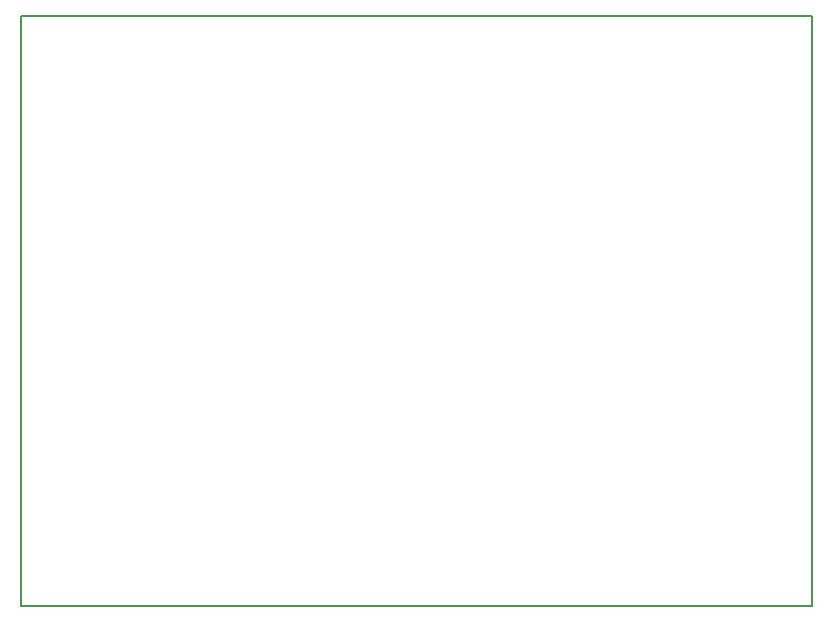
<source format=gm1>
G04 #@! TF.FileFunction,Profile,NP*
%FSLAX46Y46*%
G04 Gerber Fmt 4.6, Leading zero omitted, Abs format (unit mm)*
G04 Created by KiCad (PCBNEW (2015-09-15 BZR 6201)-product) date tis 17 nov 2015 13:25:14*
%MOMM*%
G01*
G04 APERTURE LIST*
%ADD10C,0.100000*%
%ADD11C,0.150000*%
G04 APERTURE END LIST*
D10*
D11*
X86000000Y-133000000D02*
X153000000Y-133000000D01*
X86000000Y-83000000D02*
X153000000Y-83000000D01*
X153000000Y-133000000D02*
X153000000Y-83000000D01*
X86000000Y-83000000D02*
X86000000Y-133000000D01*
M02*

</source>
